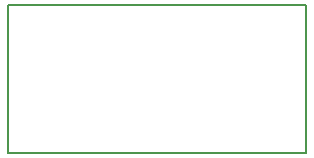
<source format=gbr>
G04 DipTrace 3.1.0.1*
G04 BoardOutline.gbr*
%MOIN*%
G04 #@! TF.FileFunction,Profile*
G04 #@! TF.Part,Single*
%ADD11C,0.005512*%
%FSLAX26Y26*%
G04*
G70*
G90*
G75*
G01*
G04 BoardOutline*
%LPD*%
X393701Y889764D2*
D11*
X1385827D1*
Y393701D1*
X393701D1*
Y889764D1*
M02*

</source>
